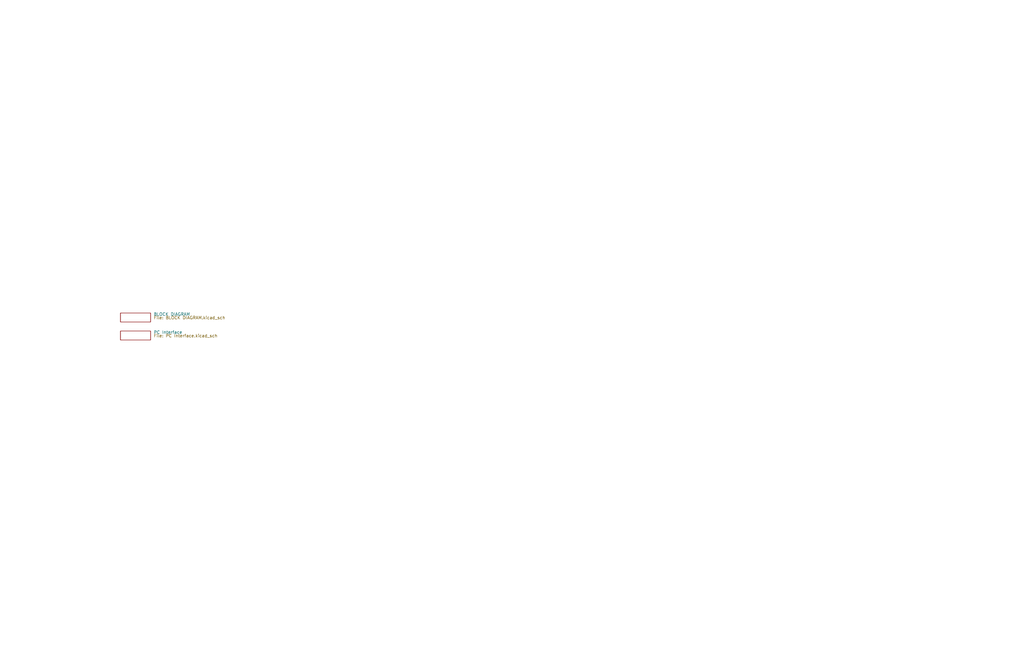
<source format=kicad_sch>
(kicad_sch (version 20211123) (generator eeschema)
  (paper "B")
  (title_block (title "BLDC Driver") (rev "01") (company "Siavash Taher Parvar") (comment 1 "Siavash Taher Parvar") (comment 2 "Siavash Taher Parvar") (comment 3 "Siavash Taher Parvar") (comment 8 "No Variant") (comment 9 "N/A"))
  (lib_symbols)
  (sheet (at 50.8 132.08) (size 12.7 3.81) (stroke (width 0.1524))
    (property "Sheet name" "BLOCK DIAGRAM" (at 64.77 133.35 0) (effects (justify left bottom)))
    (property "Sheet file" "BLOCK DIAGRAM.kicad_sch" (at 64.77 133.35 0) (effects (justify left top)))
  )
  (sheet (at 50.8 139.7) (size 12.7 3.81) (stroke (width 0.1524))
    (property "Sheet name" "PC Interface" (at 64.77 140.97 0) (effects (justify left bottom)))
    (property "Sheet file" "PC Interface.kicad_sch" (at 64.77 140.97 0) (effects (justify left top)))
  )
)
</source>
